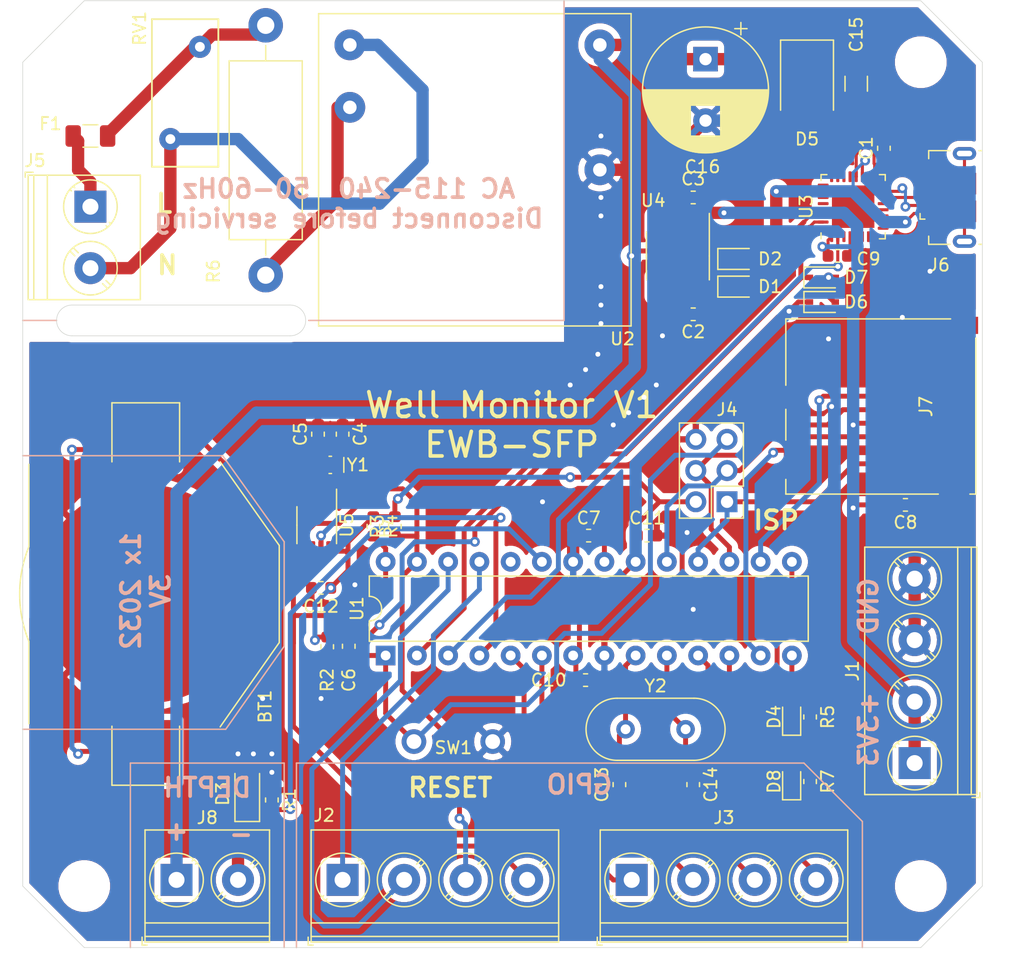
<source format=kicad_pcb>
(kicad_pcb (version 20211014) (generator pcbnew)
  (layers (0 "F.Cu" signal) (31 "B.Cu" signal) (34 "B.Paste" user) (35 "F.Paste" user) (36 "B.SilkS" user "B.Silkscreen") (37 "F.SilkS" user "F.Silkscreen") (38 "B.Mask" user) (39 "F.Mask" user) (44 "Edge.Cuts" user))
  (net 0 "")
  (net 1 "GND")
  (net 2 "+3V3")
  (net 3 "Net-(BT1-Pad1)")
  (net 4 "Net-(C1-Pad1)")
  (net 5 "Net-(C2-Pad1)")
  (net 6 "Net-(C4-Pad2)")
  (net 7 "Net-(C5-Pad1)")
  (net 8 "/~{RESET}")
  (net 9 "/DTR")
  (net 10 "Net-(C7-Pad2)")
  (net 11 "Net-(C13-Pad2)")
  (net 12 "Net-(C14-Pad1)")
  (net 13 "+5V")
  (net 14 "+24V")
  (net 15 "/DEPTH_SENSE")
  (net 16 "Net-(D4-Pad2)")
  (net 17 "Net-(D4-Pad1)")
  (net 18 "Net-(F1-Pad2)")
  (net 19 "Net-(F1-Pad1)")
  (net 20 "/GPIO_3")
  (net 21 "/GPIO_2")
  (net 22 "/GPIO_1")
  (net 23 "/GPIO_0")
  (net 24 "/GPIO_7")
  (net 25 "/GPIO_6")
  (net 26 "/GPIO_5")
  (net 27 "/GPIO_4")
  (net 28 "/SDO")
  (net 29 "/SCK")
  (net 30 "/SDI")
  (net 31 "Net-(J5-Pad2)")
  (net 32 "Net-(J6-Pad6)")
  (net 33 "Net-(J6-Pad3)")
  (net 34 "Net-(J6-Pad2)")
  (net 35 "/~{CS}")
  (net 36 "/SD_~{DET}")
  (net 37 "/RTC_MFP")
  (net 38 "/TX")
  (net 39 "/RX")
  (net 40 "Net-(R6-Pad2)")
  (net 41 "Net-(D8-Pad2)")
  (net 42 "Net-(D8-Pad1)")
  (footprint "Package_DIP:DIP-28_W7.62mm" (layer "F.Cu") (at 124.5 97.25 90)
    (fp_text reference "U1")
    (fp_text value "ATmega328P-PU")
  )
  (footprint "Capacitor_SMD:C_0603_1608Metric" (layer "F.Cu") (at 165 56 90)
    (fp_text reference "C1")
    (fp_text value "1u")
  )
  (footprint "Capacitor_SMD:C_0603_1608Metric" (layer "F.Cu") (at 149.5 69.5 180)
    (fp_text reference "C2")
    (fp_text value "1u")
  )
  (footprint "Capacitor_SMD:C_0603_1608Metric" (layer "F.Cu") (at 149.5 60 180)
    (fp_text reference "C3")
    (fp_text value "1u")
  )
  (footprint "Capacitor_SMD:C_0603_1608Metric" (layer "F.Cu") (at 119 79.25 90)
    (fp_text reference "C5")
    (fp_text value "10p")
  )
  (footprint "Capacitor_SMD:C_0603_1608Metric" (layer "F.Cu") (at 141 87.5)
    (fp_text reference "C7")
    (fp_text value "100n")
  )
  (footprint "Capacitor_SMD:C_0603_1608Metric" (layer "F.Cu") (at 166.75 85 180)
    (fp_text reference "C8")
    (fp_text value "100n")
  )
  (footprint "Capacitor_SMD:C_0603_1608Metric" (layer "F.Cu") (at 161.25 64.75 180)
    (fp_text reference "C9")
    (fp_text value "100n")
  )
  (footprint "Capacitor_SMD:C_0603_1608Metric" (layer "F.Cu") (at 140.75 99.25 180)
    (fp_text reference "C10")
    (fp_text value "100n")
  )
  (footprint "Capacitor_SMD:C_0603_1608Metric" (layer "F.Cu") (at 145.75 87.5)
    (fp_text reference "C11")
    (fp_text value "100n")
  )
  (footprint "Capacitor_SMD:C_0603_1608Metric" (layer "F.Cu") (at 119.25 91.75)
    (fp_text reference "C12")
    (fp_text value "100n")
  )
  (footprint "Capacitor_SMD:C_0603_1608Metric" (layer "F.Cu") (at 143.5 107.75 90)
    (fp_text reference "C13")
    (fp_text value "10p")
  )
  (footprint "Capacitor_SMD:C_0603_1608Metric" (layer "F.Cu") (at 149.5 107.75 -90)
    (fp_text reference "C14")
    (fp_text value "10p")
  )
  (footprint "Diode_SMD:D_SOD-323" (layer "F.Cu") (at 153 67.25)
    (fp_text reference "D1")
    (fp_text value "CUS10S30")
  )
  (footprint "Diode_SMD:D_SOD-323" (layer "F.Cu") (at 153 65)
    (fp_text reference "D2")
    (fp_text value "CUS10S30")
  )
  (footprint "Diode_SMD:D_SOD-123" (layer "F.Cu") (at 113.25 108.5 90)
    (fp_text reference "D3")
    (fp_text value "3.3")
  )
  (footprint "LED_SMD:LED_0603_1608Metric" (layer "F.Cu") (at 157.5 102.25 90)
    (fp_text reference "D4")
    (fp_text value "LED_Small")
  )
  (footprint "well-monitor:TerminalBlock_Phoenix_PT-1,5-4-5.0-H_1x04_P5.00mm_Horizontal" (layer "F.Cu") (at 167.5 106 90)
    (fp_text reference "J1")
    (fp_text value "Screw_Terminal_01x04")
  )
  (footprint "well-monitor:TerminalBlock_Phoenix_PT-1,5-4-5.0-H_1x04_P5.00mm_Horizontal" (layer "F.Cu") (at 121 115.5)
    (fp_text reference "J2")
    (fp_text value "Screw_Terminal_01x04")
  )
  (footprint "well-monitor:TerminalBlock_Phoenix_PT-1,5-4-5.0-H_1x04_P5.00mm_Horizontal" (layer "F.Cu") (at 144.5 115.5)
    (fp_text reference "J3")
    (fp_text value "Screw_Terminal_01x04")
  )
  (footprint "Connector_PinHeader_2.54mm:PinHeader_2x03_P2.54mm_Vertical" (layer "F.Cu") (at 152.25 84.75 180)
    (fp_text reference "J4")
    (fp_text value "ISP Header")
  )
  (footprint "well-monitor:TerminalBlock_Phoenix_PT-1,5-2-5.0-H_1x02_P5.00mm_Horizontal" (layer "F.Cu") (at 100.5 60.75 -90)
    (fp_text reference "J5")
    (fp_text value "Screw_Terminal_01x02")
  )
  (footprint "well-monitor:USB_Micro-B_GCT_USB3076-30-A" (layer "F.Cu") (at 170.35 60 90)
    (fp_text reference "J6")
    (fp_text value "USB_B_Micro")
  )
  (footprint "well-monitor:TerminalBlock_Phoenix_PT-1,5-2-5.0-H_1x02_P5.00mm_Horizontal" (layer "F.Cu") (at 107.5 115.5)
    (fp_text reference "J8")
    (fp_text value "SENSOR")
  )
  (footprint "Resistor_SMD:R_0603_1608Metric" (layer "F.Cu") (at 115.25 109 -90)
    (fp_text reference "R1")
    (fp_text value "150")
  )
  (footprint "Resistor_SMD:R_0603_1608Metric" (layer "F.Cu") (at 125.25 86.75 90)
    (fp_text reference "R3")
    (fp_text value "10k")
  )
  (footprint "Resistor_SMD:R_0603_1608Metric" (layer "F.Cu") (at 123.5 86.75 -90)
    (fp_text reference "R4")
    (fp_text value "10k")
  )
  (footprint "Resistor_SMD:R_0603_1608Metric" (layer "F.Cu") (at 159 102.25 -90)
    (fp_text reference "R5")
    (fp_text value "330")
  )
  (footprint "well-monitor:PTS636-SP43-LFS" (layer "F.Cu") (at 130 104.25)
    (fp_text reference "SW1")
    (fp_text value "SW_Push")
  )
  (footprint "well-monitor:PSK-5D-24" (layer "F.Cu") (at 131.75 57.75)
    (fp_text reference "U2")
    (fp_text value "PSK-5D-24")
  )
  (footprint "Package_SO:SOIC-8_3.9x4.9mm_P1.27mm" (layer "F.Cu") (at 148.25 64.75 -90)
    (fp_text reference "U4")
    (fp_text value "L78L33_SO8")
  )
  (footprint "Package_SO:MSOP-8_3x3mm_P0.65mm" (layer "F.Cu") (at 118.897512 86.65 -90)
    (fp_text reference "U5")
    (fp_text value "MCP7940N-xMS")
  )
  (footprint "Crystal:Crystal_HC49-U_Vertical" (layer "F.Cu") (at 144 103.25)
    (fp_text reference "Y2")
    (fp_text value "16Meg")
  )
  (footprint "Capacitor_SMD:C_1206_3216Metric" (layer "F.Cu") (at 162.75 50.75 -90)
    (fp_text reference "C15")
    (fp_text value "1u")
  )
  (footprint "Capacitor_THT:CP_Radial_D10.0mm_P5.00mm" (layer "F.Cu") (at 150.5 48.75 -90)
    (fp_text reference "C16")
    (fp_text value "68u")
  )
  (footprint "Diode_SMD:D_SMB" (layer "F.Cu") (at 158.75 50.75 -90)
    (fp_text reference "D5")
    (fp_text value "SMBJ30A")
  )
  (footprint "Resistor_THT:R_Axial_DIN0614_L14.3mm_D5.7mm_P20.32mm_Horizontal" (layer "F.Cu") (at 114.75 46 -90)
    (fp_text reference "R6")
    (fp_text value "12")
  )
  (footprint "Varistor:RV_Disc_D12mm_W5.4mm_P7.5mm" (layer "F.Cu") (at 107 55.25 90)
    (fp_text reference "RV1")
    (fp_text value "S10K350")
  )
  (footprint "Crystal:Crystal_SMD_MicroCrystal_CM9V-T1A-2Pin_1.6x1.0mm" (layer "F.Cu") (at 120 81.75 180)
    (fp_text reference "Y1")
    (fp_text value "32.768")
  )
  (footprint "MountingHole:MountingHole_3.2mm_M3" (layer "F.Cu") (at 100 49)
    (fp_text reference "H1" hide)
    (fp_text value "MountingHole")
  )
  (footprint "MountingHole:MountingHole_3.2mm_M3" (layer "F.Cu") (at 168 49)
    (fp_text reference "H2" hide)
    (fp_text value "MountingHole")
  )
  (footprint "MountingHole:MountingHole_3.2mm_M3" (layer "F.Cu") (at 168 116)
    (fp_text reference "H3" hide)
    (fp_text value "MountingHole")
  )
  (footprint "well-monitor:BatteryHolder_Keystone_3002_1x2032" (layer "F.Cu") (at 105 92.25 90)
    (fp_text reference "BT1")
    (fp_text value "Battery_Cell")
  )
  (footprint "Capacitor_SMD:C_0603_1608Metric" (layer "F.Cu") (at 121 79.25 -90)
    (fp_text reference "C4")
    (fp_text value "10p")
  )
  (footprint "MountingHole:MountingHole_3.2mm_M3" (layer "F.Cu") (at 100 116)
    (fp_text reference "H4" hide)
    (fp_text value "MountingHole")
  )
  (footprint "Package_DFN_QFN:QFN-32-1EP_5x5mm_P0.5mm_EP3.45x3.45mm" (layer "F.Cu") (at 162.5 60.75 90)
    (fp_text reference "U3")
    (fp_text value "CY7C65213A-32LTXI")
  )
  (footprint "Fuse:Fuse_1206_3216Metric" (layer "F.Cu") (at 100.5 55 180)
    (fp_text reference "F1")
    (fp_text value "1")
  )
  (footprint "well-monitor:MEM2051-00-195-00-A" (layer "F.Cu") (at 164.75 77 90)
    (fp_text reference "J7")
    (fp_text value "Micro_SD_Card" hide)
  )
  (footprint "Diode_SMD:D_SOD-323" (layer "F.Cu") (at 160 68.5)
    (fp_text reference "D6")
    (fp_text value "CUS10S30")
  )
  (footprint "Diode_SMD:D_SOD-323" (layer "F.Cu") (at 160 66.5)
    (fp_text reference "D7")
    (fp_text value "CUS10S30")
  )
  (footprint "Capacitor_SMD:C_0603_1608Metric" (layer "F.Cu") (at 121.5 96.5 -90)
    (fp_text reference "C6")
    (fp_text value "100n")
  )
  (footprint "Resistor_SMD:R_0603_1608Metric" (layer "F.Cu") (at 119.75 96.5375 -90)
    (fp_text reference "R2")
    (fp_text value "10k")
  )
  (footprint "Resistor_SMD:R_0603_1608Metric" (layer "F.Cu") (at 159 107.5 -90)
    (fp_text reference "R7")
    (fp_text value "330")
  )
  (footprint "LED_SMD:LED_0603_1608Metric" (layer "F.Cu") (at 157.5 107.5 90)
    (fp_text reference "D8")
    (fp_text value "LED_Small")
  )
  (gr_line (start 139 70) (end 139 44) (layer "B.SilkS") (width 0.12))
  (gr_line (start 163.25 121) (end 163.25 110.75) (layer "B.SilkS") (width 0.12))
  (gr_line (start 158.5 106) (end 163.25 110.75) (layer "B.SilkS") (width 0.12))
  (gr_line (start 116.25 121) (end 116.25 106) (layer "B.SilkS") (width 0.12))
  (gr_line (start 95 70) (end 97.75 70) (layer "B.SilkS") (width 0.12))
  (gr_line (start 118.25 70) (end 139 70) (layer "B.SilkS") (width 0.12))
  (gr_line (start 117.25 121) (end 117.25 106) (layer "B.SilkS") (width 0.12))
  (gr_line (start 117.25 106) (end 158.5 106) (layer "B.SilkS") (width 0.12))
  (gr_line (start 111.5 103.25) (end 95 103.25) (layer "B.SilkS") (width 0.12))
  (gr_line (start 103.75 106) (end 103.75 121) (layer "B.SilkS") (width 0.12))
  (gr_line (start 111.25 81) (end 116.25 88) (layer "B.SilkS") (width 0.12))
  (gr_line (start 116.25 106) (end 103.75 106) (layer "B.SilkS") (width 0.12))
  (gr_line (start 116.25 96.5) (end 111.5 103.25) (layer "B.SilkS") (width 0.12))
  (gr_line (start 95 81) (end 111.25 81) (layer "B.SilkS") (width 0.12))
  (gr_line (start 116.25 88) (end 116.25 96.5) (layer "B.SilkS") (width 0.12))
  (gr_line (start 100 44) (end 168 44) (layer "Edge.Cuts") (width 0.05))
  (gr_line (start 99 71.25) (end 116.75 71.25) (layer "Edge.Cuts") (width 0.05))
  (gr_line (start 95 49) (end 100 44) (layer "Edge.Cuts") (width 0.05))
  (gr_line (start 168 121) (end 100 121) (layer "Edge.Cuts") (width 0.05))
  (gr_arc (start 116.75 68.75) (mid 118 70) (end 116.75 71.25) (layer "Edge.Cuts") (width 0.05))
  (gr_line (start 95 116) (end 95 49) (layer "Edge.Cuts") (width 0.05))
  (gr_line (start 173 116) (end 168 121) (layer "Edge.Cuts") (width 0.05))
  (gr_arc (start 99 71.25) (mid 97.75 70) (end 99 68.75) (layer "Edge.Cuts") (width 0.05))
  (gr_line (start 100 121) (end 95 116) (layer "Edge.Cuts") (width 0.05))
  (gr_line (start 173 49) (end 173 116) (layer "Edge.Cuts") (width 0.05))
  (gr_line (start 99 68.75) (end 116.75 68.75) (layer "Edge.Cuts") (width 0.05))
  (gr_line (start 168 44) (end 173 49) (layer "Edge.Cuts") (width 0.05))
  (gr_text "AC 115-240  50-60Hz\nDisconnect before servicing" (at 121.5 60.5) (layer "B.SilkS") (effects (font (size 1.5 1.5) (thickness 0.3)) (justify mirror)))
  (gr_text "GPIO" (at 140.25 107.75) (layer "B.SilkS") (effects (font (size 1.5 1.5) (thickness 0.3)) (justify mirror)))
  (gr_text "+3V3" (at 163.75 103.25 90) (layer "B.SilkS") (effects (font (size 1.5 1.5) (thickness 0.3)) (justify mirror)))
  (gr_text "+" (at 107.5 111.5) (layer "B.SilkS") (effects (font (size 1.5 1.5) (thickness 0.3)) (justify mirror)))
  (gr_text "DEPTH" (at 110 108) (layer "B.SilkS") (effects (font (size 1.5 1.5) (thickness 0.3)) (justify mirror)))
  (gr_text "GND" (at 163.75 93.25 90) (layer "B.SilkS") (effects (font (size 1.5 1.5) (thickness 0.3)) (justify mirror)))
  (gr_text "1x 2032\n3V" (at 105 92 90) (layer "B.SilkS") (effects (font (size 1.5 1.5) (thickness 0.3)) (justify mirror)))
  (gr_text "-" (at 112.75 111.75) (layer "B.SilkS") (effects (font (size 1.5 1.5) (thickness 0.3)) (justify mirror)))
  (gr_text "ISP" (at 156.25 86.25) (layer "F.SilkS") (effects (font (size 1.5 1.5) (thickness 0.3))))
  (gr_text "N" (at 106.75 65.5) (layer "F.SilkS") (effects (font (size 1.5 1.5) (thickness 0.3))))
  (gr_text "Well Monitor V1\nEWB-SFP" (at 134.75 78.5) (layer "F.SilkS") (effects (font (size 2 2) (thickness 0.3))))
  (gr_text "L" (at 106.5 60.5) (layer "F.SilkS") (effects (font (size 1.5 1.5) (thickness 0.3))))
  (gr_text "RESET" (at 129.75 108) (layer "F.SilkS") (effects (font (size 1.5 1.5) (thickness 0.3))))
  (segment (start 164.25 58.3125) (end 164.25 57.2875) (width 0.25) (layer "F.Cu") (net 1))
  (segment (start 161.05 66.5) (end 160.5 66.5) (width 0.4) (layer "F.Cu") (net 1))
  (segment (start 150.5 53.75) (end 157.9 53.75) (width 1) (layer "F.Cu") (net 1))
  (segment (start 162 52.9) (end 162.75 52.15) (width 1) (layer "F.Cu") (net 1))
  (segment (start 164.19999 56.01251) (end 165 55.2125) (width 0.25) (layer "F.Cu") (net 1))
  (segment (start 162.749978 56.500022) (end 164.0375 55.2125) (width 0.25) (layer "F.Cu") (net 1))
  (segment (start 148.600001 91.600001) (end 149.5 92.5) (width 0.4) (layer "F.Cu") (net 1))
  (segment (start 167.5 91) (end 167.5 87) (width 1) (layer "F.Cu") (net 1))
  (segment (start 167 56) (end 166.2125 55.2125) (width 0.4) (layer "F.Cu") (net 1))
  (segment (start 158.75 52.9) (end 162 52.9) (width 1) (layer "F.Cu") (net 1))
  (segment (start 149 87.25) (end 148.600001 87.649999) (width 0.4) (layer "F.Cu") (net 1))
  (segment (start 117.922512 82.172512) (end 117.25 81.5) (width 0.4) (layer "F.Cu") (net 1))
  (segment (start 160.94 80.56) (end 168.6154 80.56) (width 0.4) (layer "F.Cu") (net 1))
  (segment (start 149.5 92.5) (end 149.5 93.5) (width 0.4) (layer "F.Cu") (net 1))
  (segment (start 139.74 87.9725) (end 140.2125 87.5) (width 1) (layer "F.Cu") (net 1))
  (segment (start 117.922512 83.7875) (end 117.922512 82.172512) (width 0.4) (layer "F.Cu") (net 1))
  (segment (start 148.7125 68.7875) (end 149 68.5) (width 0.4) (layer "F.Cu") (net 1))
  (segment (start 149 68.5) (end 149 67.34) (width 0.4) (layer "F.Cu") (net 1))
  (segment (start 170.6954 80.56) (end 170.705401 80.549999) (width 0.4) (layer "F.Cu") (net 1))
  (segment (start 148.600001 87.649999) (end 148.600001 91.600001) (width 0.4) (layer "F.Cu") (net 1))
  (segment (start 118.0375 78.4625) (end 119 78.4625) (width 0.4) (layer "F.Cu") (net 1))
  (segment (start 159.55 81.95) (end 160.94 80.56) (width 0.4) (layer "F.Cu") (net 1))
  (segment (start 164.25 57.2875) (end 164.19999 57.23749) (width 0.25) (layer "F.Cu") (net 1))
  (segment (start 160.75 57.25) (end 161.5 56.5) (width 0.25) (layer "F.Cu") (net 1))
  (segment (start 139.74 89.63) (end 139.74 87.9725) (width 1) (layer "F.Cu") (net 1))
  (segment (start 170.705401 83.794599) (end 170.705401 80.549999) (width 1) (layer "F.Cu") (net 1))
  (segment (start 160.75 58.3125) (end 160.75 57.25) (width 0.25) (layer "F.Cu") (net 1))
  (segment (start 161.5 56.5) (end 162.749956 56.5) (width 0.25) (layer "F.Cu") (net 1))
  (segment (start 170.705401 67.955401) (end 170.150001 67.400001) (width 1) (layer "F.Cu") (net 1))
  (segment (start 146.5 57.75) (end 150.5 53.75) (width 1) (layer "F.Cu") (net 1))
  (segment (start 162.749978 58.312478) (end 162.749978 56.500022) (width 0.25) (layer "F.Cu") (net 1))
  (segment (start 162.25 63.1875) (end 162.25 64.5375) (width 0.25) (layer "F.Cu") (net 1))
  (segment (start 164.0375 55.2125) (end 165 55.2125) (width 0.25) (layer "F.Cu") (net 1))
  (segment (start 148.75 87.5) (end 149 87.25) (width 0.4) (layer "F.Cu") (net 1))
  (segment (start 170.705401 80.549999) (end 170.705401 67.955401) (width 1) (layer "F.Cu") (net 1))
  (segment (start 121 78.4625) (end 119 78.4625) (width 0.4) (layer "F.Cu") (net 1))
  (segment (start 167.95 58.7) (end 167 57.75) (width 0.4) (layer "F.Cu") (net 1))
  (segment (start 162.25 64.5375) (end 162.0375 64.75) (width 0.25) (layer "F.Cu") (net 1))
  (segment (start 166.2125 55.2125) (end 165 55.2125) (width 0.4) (layer "F.Cu") (net 1))
  (segment (start 170.150001 67.400001) (end 168.75 66) (width 1) (layer "F.Cu") (net 1))
  (segment (start 141.91 57.75) (end 146.5 57.75) (width 1) (layer "F.Cu") (net 1))
  (segment (start 149 67.34) (end 148.885 67.225) (width 0.4) (layer "F.Cu") (net 1))
  (segment (start 168.6154 80.56) (end 170.6954 80.56) (width 0.4) (layer "F.Cu") (net 1))
  (segment (start 167 57.75) (end 167 56) (width 0.4) (layer "F.Cu") (net 1))
  (segment (start 157.5554 81.95) (end 159.55 81.95) (width 0.4) (layer "F.Cu") (net 1))
  (segment (start 148.7125 69.5) (end 148.7125 68.7875) (width 0.4) (layer "F.Cu") (net 1))
  (segment (start 164.19999 57.23749) (end 164.19999 56.01251) (width 0.25) (layer "F.Cu") (net 1))
  (segment (start 167.5 87) (end 170.705401 83.794599) (width 1) (layer "F.Cu") (net 1))
  (segment (start 162.75 58.3125) (end 162.749978 58.312478) (width 0.25) (layer "F.Cu") (net 1))
  (segment (start 117.25 81.5) (end 117.25 79.25) (width 0.4) (layer "F.Cu") (net 1))
  (segment (start 157.9 53.75) (end 158.75 52.9) (width 1) (layer "F.Cu") (net 1))
  (segment (start 168.9 58.7) (end 167.95 58.7) (width 0.4) (layer "F.Cu") (net 1))
  (segment (start 146.5375 87.5) (end 148.75 87.5) (width 0.4) (layer "F.Cu") (net 1))
  (segment (start 147.615 67.225) (end 148.885 67.225) (width 0.4) (layer "F.Cu") (net 1))
  (segment (start 167.5 96) (end 167.5 91) (width 1) (layer "F.Cu") (net 1))
  (segment (start 162.749956 56.5) (end 162.749978 56.500022) (width 0.25) (layer "F.Cu") (net 1))
  (segment (start 117.25 79.25) (end 118.0375 78.4625) (width 0.4) (layer "F.Cu") (net 1))
  (via (at 119.25 100.75) (size 0.8) (drill 0.4) (layers "F.Cu" "B.Cu") (net 1))
  (via (at 160.5 71.5) (size 0.8) (drill 0.4) (layers "F.Cu" "B.Cu") (net 1))
  (via (at 115.25 105.25) (size 0.8) (drill 0.4) (layers "F.Cu" "B.Cu") (net 1))
  (via (at 142 70.25) (size 0.8) (drill 0.4) (layers "F.Cu" "B.Cu") (net 1))
  (via (at 168.75 66) (size 0.8) (drill 0.4) (layers "F.Cu" "B.Cu") (net 1))
  (via (at 142 67.25) (size 0.8) (drill 0.4) (layers "F.Cu" "B.Cu") (net 1))
  (via (at 139.5 75.25) (size 0.8) (drill 0.4) (layers "F.Cu" "B.Cu") (net 1))
  (via (at 142 55) (size 0.8) (drill 0.4) (layers "F.Cu" "B.Cu") (net 1))
  (via (at 122 91.5) (size 0.8) (drill 0.4) (layers "F.Cu" "B.Cu") (net 1))
  (via (at 147 71.25) (size 0.8) (drill 0.4) (layers "F.Cu" "B.Cu") (net 1))
  (via (at 140.75 74) (size 0.8) (drill 0.4) (layers "F.Cu" "B.Cu") (net 1))
  (via (at 166.5 69.75) (size 0.8) (drill 0.4) (layers "F.Cu" "B.Cu") (net 1))
  (via (at 137.25 84.75) (size 0.8) (drill 0.4) (layers "F.Cu" "B.Cu") (net 1))
  (via (at 141.75 72.75) (size 0.8) (drill 0.4) (layers "F.Cu" "B.Cu") (net 1))
  (via (at 145.5 76.25) (size 0.8) (drill 0.4) (layers "F.Cu" "B.Cu") (net 1))
  (via (at 160.5 66.5) (size 0.8) (drill 0.4) (layers "F.Cu" "B.Cu") (net 1))
  (via (at 113.75 105.25) (size 0.8) (drill 0.4) (layers "F.Cu" "B.Cu") (net 1))
  (via (at 142 68.75) (size 0.8) (drill 0.4) (layers "F.Cu" "B.Cu") (net 1))
  (via (at 142 61.5) (size 0.8) (drill 0.4) (layers "F.Cu" "B.Cu") (net 1))
  (via (at 146.5 75.25) (size 0.8) (drill 0.4) (layers "F.Cu" "B.Cu") (net 1))
  (via (at 112.5 105.25) (size 0.8) (drill 0.4) (layers "F.Cu" "B.Cu") (net 1))
  (via (at 114.5 100.75) (size 0.8) (drill 0.4) (layers "F.Cu" "B.Cu") (net 1))
  (via (at 144.25 77.5) (size 0.8) (drill 0.4) (layers "F.Cu" "B.Cu") (net 1))
  (via (at 160.75 77) (size 0.8) (drill 0.4) (layers "F.Cu" "B.Cu") (net 1))
  (via (at 142 60) (size 0.8) (drill 0.4) (layers "F.Cu" "B.Cu") (net 1))
  (via (at 149 87.25) (size 0.8) (drill 0.4) (layers "F.Cu" "B.Cu") (net 1))
  (via (at 149.5 93.5) (size 0.8) (drill 0.4) (layers "F.Cu" "B.Cu") (net 1))
  (via (at 143 78.5) (size 0.8) (drill 0.4) (layers "F.Cu" "B.Cu") (net 1))
  (via (at 115.25 106.75) (size 0.8) (drill 0.4) (layers "F.Cu" "B.Cu") (net 1))
  (segment (start 167.5 53.75) (end 150.5 53.75) (width 1) (layer "B.Cu") (net 1))
  (segment (start 168.75 55) (end 167.5 53.75) (width 1) (layer "B.Cu") (net 1))
  (segment (start 168.75 66) (end 168.75 55) (width 1) (layer "B.Cu") (net 1))
  (segment (start 119 95.75) (end 118.75 96) (width 0.4) (layer "F.Cu") (net 2))
  (segment (start 119.75 95.75) (end 119 95.75) (width 0.4) (layer "F.Cu") (net 2))
  (segment (start 160.4625 64.0375) (end 160.4625 63.475) (width 0.25) (layer "F.Cu") (net 2))
  (segment (start 168.6154 78.36) (end 162.64 78.36) (width 0.4) (layer "F.Cu") (net 2))
  (segment (start 146.75 84.75) (end 149.71 84.75) (width 0.4) (layer "F.Cu") (net 2))
  (segment (start 162.75 85) (end 162.5 85.25) (width 0.4) (layer "F.Cu") (net 2))
  (segment (start 144.9625 86.5375) (end 146.75 84.75) (width 0.4) (layer "F.Cu") (net 2))
  (segment (start 160.4625 63.475) (end 160.75 63.1875) (width 0.25) (layer "F.Cu") (net 2))
  (segment (start 150.5 61.25) (end 150.2875 61.0375) (width 1) (layer "F.Cu") (net 2))
  (segment (start 150.155 62.275) (end 150.155 60.1325) (width 0.4) (layer "F.Cu") (net 2))
  (segment (start 152 61.25) (end 150.5 61.25) (width 1) (layer "F.Cu") (net 2))
  (segment (start 139.5 82.75) (end 144.75 82.75) (width 0.4) (layer "F.Cu") (net 2))
  (segment (start 162.64 78.36) (end 162.5 78.5) (width 0.4) (layer "F.Cu") (net 2))
  (segment (start 125.25 85.9625) (end 123.5 85.9625) (width 0.4) (layer "F.Cu") (net 2))
  (segment (start 144.75 82.75) (end 146.75 84.75) (width 0.4) (layer "F.Cu") (net 2))
  (segment (start 144.82 89.63) (end 144.82 87.6425) (width 0.4) (layer "F.Cu") (net 2))
  (segment (start 150.2875 61.0375) (end 150.2875 60) (width 1) (layer "F.Cu") (net 2))
  (segment (start 140.25 94.2) (end 140.25 96.74) (width 0.4) (layer "F.Cu") (net 2))
  (segment (start 158.95 68.5) (end 158.042991 68.5) (width 0.4) (layer "F.Cu") (net 2))
  (segment (start 125.25 84.75) (end 125.5 84.5) (width 0.4) (layer "F.Cu") (net 2))
  (segment (start 165.9625 85) (end 162.75 85) (width 0.4) (layer "F.Cu") (net 2))
  (segment (start 119.872512 88.7625) (end 121.2625 88.7625) (width 0.4) (layer "F.Cu") (net 2))
  (segment (start 121.439654 88.022846) (end 121.439654 88.939654) (width 0.4) (layer "F.Cu") (net 2))
  (segment (start 121.439654 90.347846) (end 120.0375 91.75) (width 0.4) (layer "F.Cu") (net 2))
  (segment (start 158.042991 68.5) (end 157.292991 69.25) (width 0.4) (layer "F.Cu") (net 2))
  (segment (start 121.2625 88.7625) (end 121.439654 88.939654) (width 0.4) (layer "F.Cu") (net 2))
  (segment (start 121.439654 88.939654) (end 121.439654 90.347846) (width 0.4) (layer "F.Cu") (net 2))
  (segment (start 160.4625 64.0375) (end 160.0375 64.0375) (width 0.4) (layer "F.Cu") (net 2))
  (segment (start 167.5 106) (end 167.5 101) (width 1) (layer "F.Cu") (net 2))
  (segment (start 123.5 85.9625) (end 121.439654 88.022846) (width 0.4) (layer "F.Cu") (net 2))
  (segment (start 160.4625 64.75) (end 160.4625 64.0375) (width 0.25) (layer "F.Cu") (net 2))
  (segment (start 140.25 96.74) (end 139.74 97.25) (width 0.4) (layer "F.Cu") (net 2))
  (segment (start 139.9625 97.4725) (end 139.74 97.25) (width 0.4) (layer "F.Cu") (net 2))
  (segment (start 144.82 89.63) (end 140.25 94.2) (width 0.4) (layer "F.Cu") (net 2))
  (segment (start 144.82 87.6425) (end 144.9625 87.5) (width 0.4) (layer "F.Cu") (net 2))
  (segment (start 139.9625 99.25) (end 139.9625 97.4725) (width 0.4) (layer "F.Cu") (net 2))
  (segment (start 160.0375 64.0375) (end 160 64) (width 0.4) (layer "F.Cu") (net 2))
  (segment (start 144.9625 87.5) (end 144.9625 86.5375) (width 0.4) (layer "F.Cu") (net 2))
  (segment (start 125.25 85.9625) (end 125.25 84.75) (width 0.4) (layer "F.Cu") (net 2))
  (segment (start 150.155 60.1325) (end 150.2875 60) (width 0.4) (layer "F.Cu") (net 2))
  (via (at 157.292991 69.25) (size 0.8) (drill 0.4) (layers "F.Cu" "B.Cu") (net 2))
  (via (at 162.5 85.25) (size 0.8) (drill 0.4) (layers "F.Cu" "B.Cu") (net 2))
  (via (at 125.5 84.5) (size 0.8) (drill 0.4) (layers "F.Cu" "B.Cu") (net 2))
  (via (at 139.5 82.75) (size 0.8) (drill 0.4) (layers "F.Cu" "B.Cu") (net 2))
  (via (at 160 64) (size 0.8) (drill 0.4) (layers "F.Cu" "B.Cu") (net 2))
  (via (at 162.5 78.5) (size 0.8) (drill 0.4) (layers "F.Cu" "B.Cu") (net 2))
  (via (at 120.0375 91.75) (size 0.8) (drill 0.4) (layers "F.Cu" "B.Cu") (net 2))
  (via (at 152 61.25) (size 0.8) (drill 0.4) (layers "F.Cu" "B.Cu") (net 2))
  (via (at 118.75 96) (size 0.8) (drill 0.4) (layers "F.Cu" "B.Cu") (net 2))
  (segment (start 160 64) (end 162.75 64) (width 0.4) (layer "B.Cu") (net 2))
  (segment (start 162.75 64) (end 162.818716 63.931284) (width 0.4) (layer "B.Cu") (net 2))
  (segment (start 162.5 96) (end 162.5 85.25) (width 1) (layer "B.Cu") (net 2))
  (segment (start 162.5 69.25) (end 157.292991 69.25) (width 1) (layer "B.Cu") (net 2))
  (segment (start 127.25 82.75) (end 139.5 82.75) (width 0.4) (layer "B.Cu") (net 2))
  (segment (start 125.5 84.5) (end 127.25 82.75) (width 0.4) (layer "B.Cu") (net 2))
  (segment (start 162.818716 62.318716) (end 161.75 61.25) (width 1) (layer "B.Cu") (net 2))
  (segment (start 167.5 101) (end 162.5 96) (width 1) (layer "B.Cu") (net 2))
  (segment (start 162.5 85.25) (end 162.5 78.5) (width 1) (layer "B.Cu") (net 2))
  (segment (start 118.75 96) (end 118.75 93.0375) (width 0.4) (layer "B.Cu") (net 2))
  (segment (start 162.850001 68.899999) (end 162.850001 63.962569) (width 1) (layer "B.Cu") (net 2))
  (segment (start 144.82 89.63) (end 144.82 81.722991) (width 1) (layer "B.Cu") (net 2))
  (segment (start 118.75 93.0375) (end 120.0375 91.75) (width 0.4) (layer "B.Cu") (net 2))
  (segment (start 162.5 69.25) (end 162.850001 68.899999) (width 1) (layer "B.Cu") (net 2))
  (segment (start 162.850001 63.962569) (end 162.818716 63.931284) (width 1) (layer "B.Cu") (net 2))
  (segment (start 162.5 69.25) (end 162.5 78.5) (width 1) (layer "B.Cu") (net 2))
  (segment (start 144.82 81.722991) (end 157.292991 69.25) (width 1) (layer "B.Cu") (net 2))
  (segment (start 161.75 61.25) (end 152 61.25) (width 1) (layer "B.Cu") (net 2))
  (segment (start 162.818716 63.931284) (end 162.818716 62.318716) (width 1) (layer "B.Cu") (net 2))
  (segment (start 116 86.25) (end 109.2 79.45) (width 0.4) (layer "F.Cu") (net 3))
  (segment (start 118.572512 84.677488) (end 118.522522 84.727478) (width 0.4) (layer "F.Cu") (net 3))
  (segment (start 118.572512 83.7875) (end 118.572512 84.677488) (width 0.4) (layer "F.Cu") (net 3))
  (segment (start 105 105.05) (end 99.7 105.05) (width 0.4) (layer "F.Cu") (net 3))
  (segment (start 103.95 80.5) (end 105 79.45) (width 0.4) (layer "F.Cu") (net 3))
  (segment (start 99.7 105.05) (end 99.5 105.25) (width 0.4) (layer "F.Cu") (net 3))
  (segment (start 99 80.5) (end 103.95 80.5) (width 0.4) (layer "F.Cu") (net 3))
  (segment (start 118 86.25) (end 116 86.25) (width 0.4) (layer "F.Cu") (net 3))
  (segment (start 118.522522 85.727478) (end 118 86.25) (width 0.4) (layer "F.Cu") (net 3))
  (segment (start 109.2 79.45) (end 105 79.45) (width 0.4) (layer "F.Cu") (net 3))
  (segment (start 118.522522 84.727478) (end 118.522522 85.727478) (width 0.4) (layer "F.Cu") (net 3))
  (via (at 99.5 105.25) (size 0.8) (drill 0.4) (layers "F.Cu" "B.Cu") (net 3))
  (via (at 99 80.5) (size 0.8) (drill 0.4) (layers "F.Cu" "B.Cu") (net 3))
  (segment (start 99.5 105.25) (end 99 104.75) (width 0.4) (layer "B.Cu") (net 3))
  (segment (start 99 104.75) (end 99 80.5) (width 0.4) (layer "B.Cu") (net 3))
  (segment (start 164.9375 56.6) (end 165.0375 56.5) (width 0.25) (layer "F.Cu") (net 4))
  (segment (start 164.9375 59) (end 164.9375 56.6) (width 0.25) (layer "F.Cu") (net 4))
  (segment (start 151.95 65.43) (end 150.155 67.225) (width 0.4) (layer "F.Cu") (net 5))
  (segment (start 150.155 67.225) (end 150.155 69.3675) (width 0.4) (layer "F.Cu") (net 5))
  (segment (start 150.18 67.25) (end 150.155 67.225) (width 0.4) (layer "F.Cu") (net 5))
  (segment (start 151.95 65) (end 151.95 65.43) (width 0.4) (layer "F.Cu") (net 5))
  (segment (start 151.95 67.25) (end 150.18 67.25) (width 0.4) (layer "F.Cu") (net 5))
  (segment (start 150.155 69.3675) (end 150.2875 69.5) (width 0.4) (layer "F.Cu") (net 5))
  (segment (start 119.872512 83.7875) (end 120.6 83.060012) (width 0.4) (layer "F.Cu") (net 6))
  (segment (start 120.6 83.060012) (end 120.6 81.75) (width 0.4) (layer "F.Cu") (net 6))
  (segment (start 120.6 81.75) (end 120.6 80.4375) (width 0.4) (layer "F.Cu") (net 6))
  (segment (start 120.6 80.4375) (end 121 80.0375) (width 0.4) (layer "F.Cu") (net 6))
  (segment (start 119.4 80.4375) (end 119 80.0375) (width 0.4) (layer "F.Cu") (net 7))
  (segment (start 119.4 81.75) (end 119.4 80.4375) (width 0.4) (layer "F.Cu") (net 7))
  (segment (start 119.222512 81.927488) (end 119.4 81.75) (width 0.4) (layer "F.Cu") (net 7))
  (segment (start 119.222512 83.7875) (end 119.222512 81.927488) (width 0.4) (layer "F.Cu") (net 7))
  (segment (start 121.5375 97.25) (end 121.5 97.2875) (width 0.4) (layer "F.Cu") (net 8))
  (segment (start 119.7875 97.2875) (end 119.75 97.325) (width 0.4) (layer "F.Cu") (net 8))
  (segment (start 126.8 104.25) (end 124.5 101.95) (width 0.4) (layer "F.Cu") (net 8))
  (segment (start 121.5 97.2875) (end 119.7875 97.2875) (width 0.4) (layer "F.Cu") (net 8))
  (segment (start 124.5 97.25) (end 121.5375 97.25) (width 0.4) (layer "F.Cu") (net 8))
  (segment (start 124.5 101.95) (end 124.5 97.25) (width 0.4) (layer "F.Cu") (net 8))
  (segment (start 129.8 101.25) (end 126.8 104.25) (width 0.4) (layer "B.Cu") (net 8))
  (segment (start 138.400001 96.099999) (end 138.400001 98.849999) (width 0.4) (layer "B.Cu") (net 8))
  (segment (start 152.25 79.67) (end 150.92 81) (width 0.4) (layer "B.Cu") (net 8))
  (segment (start 142.050012 95.449988) (end 139.050012 95.449988) (width 0.4) (layer "B.Cu") (net 8))
  (segment (start 139.050012 95.449988) (end 138.400001 96.099999) (width 0.4) (layer "B.Cu") (net 8))
  (segment (start 148.040001 80.959999) (end 146.020001 82.979999) (width 0.4) (layer "B.Cu") (net 8))
  (segment (start 138.400001 98.849999) (end 136 101.25) (width 0.4) (layer "B.Cu") (net 8))
  (segment (start 150.92 81) (end 150.879999 80.959999) (width 0.4) (layer "B.Cu") (net 8))
  (segment (start 146.020001 91.479999) (end 142.050012 95.449988) (width 0.4) (layer "B.Cu") (net 8))
  (segment (start 150.879999 80.959999) (end 148.040001 80.959999) (width 0.4) (layer "B.Cu") (net 8))
  (segment (start 146.020001 82.979999) (end 146.020001 91.479999) (width 0.4) (layer "B.Cu") (net 8))
  (segment (start 136 101.25) (end 129.8 101.25) (width 0.4) (layer "B.Cu") (net 8))
  (segment (start 158.25 66.5) (end 158.25 63.098542) (width 0.4) (layer "F.Cu") (net 9))
  (segment (start 143.965985 80.850011) (end 158.25 66.565996) (width 0.4) (layer "F.Cu") (net 9))
  (segment (start 161.05 68.5) (end 160.95 68.5) (width 0.4) (layer "F.Cu") (net 9))
  (segment (start 158.25 63.098542) (end 158.799271 62.549271) (width 0.4) (layer "F.Cu") (net 9))
  (segment (start 160.0625 62) (end 159.348542 62) (width 0.25) (layer "F.Cu") (net 9))
  (segment (start 123.0375 95.7125) (end 124 94.75) (width 0.4) (layer "F.Cu") (net 9))
  (segment (start 158.799271 62.549271) (end 158.924271 62.424271) (width 0.4) (layer "F.Cu") (net 9))
  (segment (start 159.348542 62) (end 158.799271 62.549271) (width 0.25) (layer "F.Cu") (net 9))
  (segment (start 121.5 95.7125) (end 123.0375 95.7125) (width 0.4) (layer "F.Cu") (net 9))
  (segment (start 137.899989 80.850011) (end 143.965985 80.850011) (width 0.4) (layer "F.Cu") (net 9))
  (segment (start 131.75 88) (end 131.75 87) (width 0.4) (layer "F.Cu") (net 9))
  (segment (start 160.95 68.5) (end 158.95 66.5) (width 0.4) (layer "F.Cu") (net 9))
  (segment (start 131.75 87) (end 137.899989 80.850011) (width 0.4) (layer "F.Cu") (net 9))
  (segment (start 158.25 66.565996) (end 158.25 66.5) (width 0.4) (layer "F.Cu") (net 9))
  (segment (start 158.95 66.5) (end 158.25 66.5) (width 0.4) (layer "F.Cu") (net 9))
  (via (at 131.75 88) (size 0.8) (drill 0.4) (layers "F.Cu" "B.Cu") (net 9))
  (via (at 124 94.75) (size 0.8) (drill 0.4) (layers "F.Cu" "B.Cu") (net 9))
  (segment (start 126.893998 88) (end 131.75 88) (width 0.4) (layer "B.Cu") (net 9))
  (segment (start 125.839999 92.910001) (end 125.839999 89.053999) (width 0.4) (layer "B.Cu") (net 9))
  (segment (start 124 94.75) (end 125.839999 92.910001) (width 0.4) (layer "B.Cu") (net 9))
  (segment (start 125.839999 89.053999) (end 126.893998 88) (width 0.4) (layer "B.Cu") (net 9))
  (segment (start 142.28 89.63) (end 142.28 87.9925) (width 0.4) (layer "F.Cu") (net 10))
  (segment (start 142.28 87.9925) (end 141.7875 87.5) (width 0.4) (layer "F.Cu") (net 10))
  (segment (start 143.5 106.9625) (end 143.5 103.75) (width 0.4) (layer "F.Cu") (net 11))
  (segment (start 143.5 103.75) (end 144 103.25) (width 0.4) (layer "F.Cu") (net 11))
  (segment (start 144 98.07) (end 144.82 97.25) (width 0.4) (layer "F.Cu") (net 11))
  (segment (start 144 103.25) (end 144 98.07) (width 0.4) (layer "F.Cu") (net 11))
  (segment (start 147.36 101.73) (end 148.88 103.25) (width 0.4) (layer "F.Cu") (net 12))
  (segment (start 148.88 103.25) (end 148.88 106.3425) (width 0.4) (layer "F.Cu") (net 12))
  (segment (start 148.88 106.3425) (end 149.5 106.9625) (width 0.4) (layer "F.Cu") (net 12))
  (segment (start 147.36 97.25) (end 147.36 101.73) (width 0.4) (layer "F.Cu") (net 12))
  (segment (start 168.9 61.3) (end 167.45 61.3) (width 0.25) (layer "F.Cu") (net 13))
  (segment (start 156.25 65.75) (end 156.25 59.5) (width 1) (layer "F.Cu") (net 13))
  (segment (start 163.25 57.22498) (end 163.47498 57) (width 0.25) (layer "F.Cu") (net 13))
  (segment (start 163.25 58.3125) (end 163.25 57.22498) (width 0.25) (layer "F.Cu") (net 13))
  (segment (start 153.3 67.25) (end 154.75 67.25) (width 1) (layer "F.Cu") (net 13))
  (segment (start 154.75 67.25) (end 156.25 65.75) (width 1) (layer "F.Cu") (net 13))
  (segment (start 167.45 61.3) (end 166.75 62) (width 0.25) (layer "F.Cu") (net 13))
  (via (at 166.75 62) (size 0.8) (drill 0.4) (layers "F.Cu" "B.Cu") (net 13))
  (via (at 163.47498 57) (size 0.8) (drill 0.4) (layers "F.Cu" "B.Cu") (net 13))
  (via (at 156.25 59.5) (size 0.8) (drill 0.4) (layers "F.Cu" "B.Cu") (net 13))
  (segment (start 156.25 59.5) (end 162.5 59.5) (width 1) (layer "B.Cu") (net 13))
  (segment (start 165 62) (end 166.75 62) (width 1) (layer "B.Cu") (net 13))
  (segment (start 162.5 59.25) (end 162.5 57.97498) (width 0.25) (layer "B.Cu") (net 13))
  (segment (start 162.5 57.97498) (end 163.47498 57) (width 0.25) (layer "B.Cu") (net 13))
  (segment (start 166.75 62) (end 165.25 62) (width 0.25) (layer "B.Cu") (net 13))
  (segment (start 165.25 62) (end 162.5 59.25) (width 0.25) (layer "B.Cu") (net 13))
  (segment (start 162.5 59.5) (end 165 62) (width 1) (layer "B.Cu") (net 13))
  (segment (start 147.09 47.59) (end 148.25 48.75) (width 1) (layer "F.Cu") (net 14))
  (segment (start 157.25 48.6) (end 160.5 48.6) (width 1) (layer "F.Cu") (net 14))
  (segment (start 141.91 47.59) (end 147.09 47.59) (width 1) (layer "F.Cu") (net 14))
  (segment (start 154 65) (end 154 64.5) (width 0.4) (layer "F.Cu") (net 14))
  (segment (start 154 64.5) (end 153.850001 64.350001) (width 0.4) (layer "F.Cu") (net 14))
  (segment (start 157.1 48.75) (end 157.25 48.6) (width 1) (layer "F.Cu") (net 14))
  (segment (start 144.899999 64.350001) (end 144.5 64.75) (width 0.4) (layer "F.Cu") (net 14))
  (segment (start 148.25 48.75) (end 157.1 48.75) (width 1) (layer "F.Cu") (net 14))
  (segment (start 160.5 48.6) (end 161.25 49.35) (width 1) (layer "F.Cu") (net 14))
  (segment (start 162.75 49.35) (end 161.25 49.35) (width 1) (layer "F.Cu") (net 14))
  (segment (start 153.850001 64.350001) (end 144.899999 64.350001) (width 0.4) (layer "F.Cu") (net 14))
  (via (at 144.5 64.75) (size 0.8) (drill 0.4) (layers "F.Cu" "B.Cu") (net 14))
  (segment (start 141 77.5) (end 114 77.5) (width 1) (layer "B.Cu") (net 14))
  (segment (start 144.75 51.61) (end 144.75 73.75) (width 1) (layer "B.Cu") (net 14))
  (segment (start 141.91 48.77) (end 144.75 51.61) (width 1) (layer "B.Cu") (net 14))
  (segment (start 107.5 84) (end 107.5 115.5) (width 1) (layer "B.Cu") (net 14))
  (segment (start 114 77.5) (end 107.5 84) (width 1) (layer "B.Cu") (net 14))
  (segment (start 144.75 73.75) (end 141 77.5) (width 1) (layer "B.Cu") (net 14))
  (segment (start 141.91 47.59) (end 141.91 48.77) (width 1) (layer "B.Cu") (net 14))
  (segment (start 116.7125 109.7875) (end 116.75 109.75) (width 0.4) (layer "F.Cu") (net 15))
  (segment (start 112.5 110.9) (end 113.25 110.15) (width 1) (layer "F.Cu") (net 15))
  (segment (start 114.8875 110.15) (end 115.25 109.7875) (width 1) (layer "F.Cu") (net 15))
  (segment (start 113.25 110.15) (end 114.8875 110.15) (width 1) (layer "F.Cu") (net 15))
  (segment (start 115.25 109.7875) (end 116.7125 109.7875) (width 0.4) (layer "F.Cu") (net 15))
  (segment (start 112.5 115.5) (end 112.5 110.9) (width 1) (layer "F.Cu") (net 15))
  (via (at 116.75 109.75) (size 0.8) (drill 0.4) (layers "F.Cu" "B.Cu") (net 15))
  (segment (start 116.75 109.75) (end 116.75 93.853496) (width 0.4) (layer "B.Cu") (net 15))
  (segment (start 116.75 93.853496) (end 123.653498 86.949998) (width 0.4) (layer "B.Cu") (net 15))
  (segment (start 134.519998 86.949998) (end 137.2 89.63) (width 0.4) (layer "B.Cu") (net 15))
  (segment (start 123.653498 86.949998) (end 134.519998 86.949998) (width 0.4) (layer "B.Cu") (net 15))
  (segment (start 157.52 97.25) (end 157.52 101.4425) (width 0.4) (layer "F.Cu") (net 16))
  (segment (start 157.52 101.4425) (end 157.5 101.4625) (width 0.4) (layer "F.Cu") (net 16))
  (segment (start 157.5 103.0375) (end 159 103.0375) (width 0.4) (layer "F.Cu") (net 17))
  (segment (start 100.5 58.75) (end 99.5 57.75) (width 1) (layer "F.Cu") (net 18))
  (segment (start 99.5 57.75) (end 99.5 55.4) (width 1) (layer "F.Cu") (net 18))
  (segment (start 99.5 55.4) (end 99.1 55) (width 1) (layer "F.Cu") (net 18))
  (segment (start 100.5 60.75) (end 100.5 58.75) (width 1) (layer "F.Cu") (net 18))
  (segment (start 114 46.75) (end 110.4 46.75) (width 1) (layer "F.Cu") (net 19))
  (segment (start 110.4 46.75) (end 109.4 47.75) (width 1) (layer "F.Cu") (net 19))
  (segment (start 114.75 46) (end 114 46.75) (width 1) (layer "F.Cu") (net 19))
  (segment (start 101.9 54.85) (end 109 47.75) (width 1) (layer "F.Cu") (net 19))
  (segment (start 109 47.75) (end 109.4 47.75) (width 1) (layer "F.Cu") (net 19))
  (segment (start 101.9 55) (end 101.9 54.85) (width 1) (layer "F.Cu") (net 19))
  (segment (start 124.5 88.5375) (end 123.5 87.5375) (width 0.4) (layer "F.Cu") (net 20))
  (segment (start 124.5 92) (end 122.5 94) (width 0.4) (layer "F.Cu") (net 20))
  (segment (start 117 103) (end 126.75 112.75) (width 0.4) (layer "F.Cu") (net 20))
  (segment (start 117 94) (end 117 96.25) (width 0.4) (layer "F.Cu") (net 20))
  (segment (start 126.75 112.75) (end 133.25 112.75) (width 0.4) (layer "F.Cu") (net 20))
  (segment (start 122.5 94) (end 117 94) (width 0.4) (layer "F.Cu") (net 20))
  (segment (start 117 96.25) (end 117 103) (width 0.4) (layer "F.Cu") (net 20))
  (segment (start 117 91.5) (end 117 96.25) (width 0.4) (layer "F.Cu") (net 20))
  (segment (start 133.25 112.75) (end 136 115.5) (width 0.4) (layer "F.Cu") (net 20))
  (segment (start 124.5 89.63) (end 124.5 88.5375) (width 0.4) (layer "F.Cu") (net 20))
  (segment (start 118.572512 89.927488) (end 117 91.5) (width 0.4) (layer "F.Cu") (net 20))
  (segment (start 118.572512 89.5125) (end 118.572512 89.927488) (width 0.4) (layer "F.Cu") (net 20))
  (segment (start 124.5 89.63) (end 124.5 92) (width 0.4) (layer "F.Cu") (net 20))
  (segment (start 125.25 87.5375) (end 127.0375 87.5375) (width 0.4) (layer "F.Cu") (net 21))
  (segment (start 118.744489 86.505511) (end 120.744489 86.505511) (width 0.4) (layer "F.Cu") (net 21))
  (segment (start 130.5 110.5) (end 130.5 104.75) (width 0.4) (layer "F.Cu") (net 21))
  (segment (start 117.922512 89.5125) (end 117.922512 89.327488) (width 0.4) (layer "F.Cu") (net 21))
  (segment (start 127.04 84.855996) (end 127.04 87.54) (width 0.4) (layer "F.Cu") (net 21))
  (segment (start 118 87.815388) (end 118 87.25) (width 0.4) (layer "F.Cu") (net 21))
  (segment (start 123.550002 83.699998) (end 125.884002 83.699998) (width 0.4) (layer "F.Cu") (net 21))
  (segment (start 120.744489 86.505511) (end 123.550002 83.699998) (width 0.4) (layer "F.Cu") (net 21))
  (segment (start 118 87.25) (end 118.744489 86.505511) (width 0.4) (layer "F.Cu") (net 21))
  (segment (start 117.922512 89.327488) (end 117.972502 89.277498) (width 0.4) (layer "F.Cu") (net 21))
  (segment (start 125.839999 100.089999) (end 125.839999 90.830001) (width 0.4) (layer "F.Cu") (net 21))
  (segment (start 127.04 87.54) (end 127.04 89.63) (width 0.4) (layer "F.Cu") (net 21))
  (segment (start 130.5 104.75) (end 125.839999 100.089999) (width 0.4) (layer "F.Cu") (net 21))
  (segment (start 127.0375 87.5375) (end 127.04 87.54) (width 0.4) (layer "F.Cu") (net 21))
  (segment (start 125.839999 90.830001) (end 127.04 89.63) (width 0.4) (layer "F.Cu") (net 21))
  (segment (start 125.884002 83.699998) (end 127.04 84.855996) (width 0.4) (layer "F.Cu") (net 21))
  (segment (start 117.972502 87.842886) (end 118 87.815388) (width 0.4) (layer "F.Cu") (net 21))
  (segment (start 117.972502 89.277498) (end 117.972502 87.842886) (width 0.4) (layer "F.Cu") (net 21))
  (via (at 130.5 110.5) (size 0.8) (drill 0.4) (layers "F.Cu" "B.Cu") (net 21))
  (segment (start 131 111) (end 130.5 110.5) (width 0.4) (layer "B.Cu") (net 21))
  (segment (start 131 115.5) (end 131 111) (width 0.4) (layer "B.Cu") (net 21))
  (segment (start 119.5 119.25) (end 122.25 119.25) (width 0.4) (layer "B.Cu") (net 22))
  (segment (start 125.700001 99.299999) (end 118.5 106.5) (width 0.4) (layer "B.Cu") (net 22))
  (segment (start 129.58 91.92) (end 125.700001 95.799999) (width 0.4) (layer "B.Cu") (net 22))
  (segment (start 129.58 89.63) (end 129.58 91.92) (width 0.4) (layer "B.Cu") (net 22))
  (segment (start 118.5 118.25) (end 119.5 119.25) (width 0.4) (layer "B.Cu") (net 22))
  (segment (start 125.700001 95.799999) (end 125.700001 99.299999) (width 0.4) (layer "B.Cu") (net 22))
  (segment (start 118.5 106.5) (end 118.5 118.25) (width 0.4) (layer "B.Cu") (net 22))
  (segment (start 122.25 119.25) (end 126 115.5) (width 0.4) (layer "B.Cu") (net 22))
  (segment (start 132.12 91.88) (end 132.12 89.63) (width 0.4) (layer "B.Cu") (net 23))
  (segment (start 121 115.5) (end 121 105.75) (width 0.4) (layer "B.Cu") (net 23))
  (segment (start 128.379999 98.370001) (end 128.379999 95.620001) (width 0.4) (layer "B.Cu") (net 23))
  (segment (start 121 105.75) (end 128.379999 98.370001) (width 0.4) (layer "B.Cu") (net 23))
  (segment (start 128.379999 95.620001) (end 132.12 91.88) (width 0.4) (layer "B.Cu") (net 23))
  (segment (start 159.5 115) (end 152.44 107.94) (width 0.4) (layer "F.Cu") (net 24))
  (segment (start 159.5 115.5) (end 159.5 115) (width 0.4) (layer "F.Cu") (net 24))
  (segment (start 152.44 107.94) (end 152.44 97.25) (width 0.4) (layer "F.Cu") (net 24))
  (segment (start 150.699999 111.699999) (end 150.699999 98.049999) (width 0.4) (layer "F.Cu") (net 25))
  (segment (start 150.699999 98.049999) (end 149.9 97.25) (width 0.4) (layer "F.Cu") (net 25))
  (segment (start 154.5 115.5) (end 150.699999 111.699999) (width 0.4) (layer "F.Cu") (net 25))
  (segment (start 143 111.75) (end 145.75 111.75) (width 0.4) (layer "F.Cu") (net 26))
  (segment (start 137.2 97.25) (end 137.2 105.95) (width 0.4) (layer "F.Cu") (net 26))
  (segment (start 137.2 105.95) (end 143 111.75) (width 0.4) (layer "F.Cu") (net 26))
  (segment (start 145.75 111.75) (end 149.5 115.5) (width 0.4) (layer "F.Cu") (net 26))
  (segment (start 135.75 108.25) (end 135.75 98.34) (width 0.4) (layer "F.Cu") (net 27))
  (segment (start 143 115.5) (end 135.75 108.25) (width 0.4) (layer "F.Cu") (net 27))
  (segment (start 135.75 98.34) (end 134.66 97.25) (width 0.4) (layer "F.Cu") (net 27))
  (segment (start 144.5 115.5) (end 143 115.5) (width 0.4) (layer "F.Cu") (net 27))
  (segment (start 160.434002 78.5) (end 155.75 78.5) (width 0.4) (layer "F.Cu") (net 28))
  (segment (start 152.44 88.44) (end 152.44 89.63) (width 0.4) (layer "F.Cu") (net 28))
  (segment (start 153.290001 80.959999) (end 150.960001 80.959999) (width 0.4) (layer "F.Cu") (net 28))
  (segment (start 150.960001 86.960001) (end 152.44 88.44) (width 0.4) (layer "F.Cu") (net 28))
  (segment (start 150.960001 83.460001) (end 150.960001 86.960001) (width 0.4) (layer "F.Cu") (net 28))
  (segment (start 149.71 82.21) (end 150.960001 83.460001) (width 0.4) (layer "F.Cu") (net 28))
  (segment (start 155.75 78.5) (end 153.290001 80.959999) (width 0.4) (layer "F.Cu") (net 28))
  (segment (start 161.674003 77.259999) (end 160.434002 78.5) (width 0.4) (layer "F.Cu") (net 28))
  (segment (start 168.4154 77.259999) (end 161.674003 77.259999) (width 0.4) (layer "F.Cu") (net 28))
  (segment (start 149.71 82.21) (end 150.960001 80.959999) (width 0.4) (layer "F.Cu") (net 28))
  (segment (start 163.29 79.46) (end 168.4154 79.46) (width 0.4) (layer "F.Cu") (net 29))
  (segment (start 153.29 82.21) (end 156.04 79.46) (width 0.4) (layer "F.Cu") (net 29))
  (segment (start 156.04 79.46) (end 163.29 79.46) (width 0.4) (layer "F.Cu") (net 29))
  (segment (start 152.25 82.21) (end 153.29 82.21) (width 0.4) (layer "F.Cu") (net 29))
  (segment (start 147.36 85.14) (end 149.039999 83.460001) (width 0.4) (layer "B.Cu") (net 29))
  (segment (start 147.36 89.63) (end 147.36 85.14) (width 0.4) (layer "B.Cu") (net 29))
  (segment (start 149.039999 83.460001) (end 150.999999 83.460001) (width 0.4) (layer "B.Cu") (net 29))
  (segment (start 150.999999 83.460001) (end 152.25 82.21) (width 0.4) (layer "B.Cu") (net 29))
  (segment (start 162.590116 81.659884) (end 168.4154 81.659884) (width 0.4) (layer "F.Cu") (net 30))
  (segment (start 159.5 84.75) (end 162.590116 81.659884) (width 0.4) (layer "F.Cu") (net 30))
  (segment (start 152.25 84.75) (end 159.5 84.75) (width 0.4) (layer "F.Cu") (net 30))
  (segment (start 152.25 86.25) (end 149.9 88.6) (width 0.4) (layer "B.Cu") (net 30))
  (segment (start 149.9 88.6) (end 149.9 89.63) (width 0.4) (layer "B.Cu") (net 30))
  (segment (start 152.25 84.75) (end 152.25 86.25) (width 0.4) (layer "B.Cu") (net 30))
  (segment (start 100.5 65.75) (end 103.75 65.75) (width 1) (layer "F.Cu") (net 31))
  (segment (start 103.75 65.75) (end 107 62.5) (width 1) (layer "F.Cu") (net 31))
  (segment (start 107 62.5) (end 107 55.25) (width 1) (layer "F.Cu") (net 31))
  (segment (start 127.5 57) (end 127.5 51.25) (width 1) (layer "B.Cu") (net 31))
  (segment (start 124 60.5) (end 127.5 57) (width 1) (layer "B.Cu") (net 31))
  (segment (start 112.5 55.25) (end 117.75 60.5) (width 1) (layer "B.Cu") (net 31))
  (segment (start 107 55.25) (end 112.5 55.25) (width 1) (layer "B.Cu") (net 31))
  (segment (start 127.5 51.25) (end 123.84 47.59) (width 1) (layer "B.Cu") (net 31))
  (segment (start 117.75 60.5) (end 124 60.5) (width 1) (layer "B.Cu") (net 31))
  (segment (start 123.84 47.59) (end 121.59 47.59) (width 1) (layer "B.Cu") (net 31))
  (segment (start 171.55 56.425) (end 171.55 58.875) (width 0.25) (layer "F.Cu") (net 32))
  (segment (start 169.32 62.32) (end 170.355 62.32) (width 0.25) (layer "F.Cu") (net 32))
  (segment (start 171.55 61.125) (end 171.55 58.875) (width 0.25) (layer "F.Cu") (net 32))
  (segment (start 170.355 62.32) (end 171.55 61.125) (width 0.25) (layer "F.Cu") (net 32))
  (segment (start 170.355 57.68) (end 171.55 58.875) (width 0.25) (layer "F.Cu") (net 32))
  (segment (start 171.55 61.125) (end 171.55 63.575) (width 0.25) (layer "F.Cu") (net 32))
  (segment (start 169.32 57.68) (end 170.355 57.68) (width 0.25) (layer "F.Cu") (net 32))
  (segment (start 164.9375 60) (end 168.9 60) (width 0.25) (layer "F.Cu") (net 33))
  (segment (start 166.25 59.5) (end 164.9375 59.5) (width 0.25) (layer "F.Cu") (net 34))
  (segment (start 166.5 59.25) (end 166.25 59.5) (width 0.25) (layer "F.Cu") (net 34))
  (segment (start 166.85 60.65) (end 166.75 60.75) (width 0.25) (layer "F.Cu") (net 34))
  (segment (start 168.9 60.65) (end 166.85 60.65) (width 0.25) (layer "F.Cu") (net 34))
  (via (at 166.5 59.25) (size 0.8) (drill 0.4) (layers "F.Cu" "B.Cu") (net 34))
  (via (at 166.75 60.75) (size 0.8) (drill 0.4) (layers "F.Cu" "B.Cu") (net 34))
  (segment (start 166.75 59.5) (end 166.5 59.25) (width 0.25) (layer "B.Cu") (net 34))
  (segment (start 166.75 60.75) (end 166.75 59.5) (width 0.25) (layer "B.Cu") (net 34))
  (segment (start 160.090001 76.159999) (end 159.75 76.5) (width 0.4) (layer "F.Cu") (net 35))
  (segment (start 168.015401 76.159999) (end 160.090001 76.159999) (width 0.4) (layer "F.Cu") (net 35))
  (via (at 159.75 76.5) (size 0.8) (drill 0.4) (layers "F.Cu" "B.Cu") (net 35))
  (segment (start 154.98 88.02) (end 154.98 89.63) (width 0.4) (layer "B.Cu") (net 35))
  (segment (start 159.75 83.25) (end 154.98 88.02) (width 0.4) (layer "B.Cu") (net 35))
  (segment (start 159.75 76.5) (end 159.75 83.25) (width 0.4) (layer "B.Cu") (net 35))
  (segment (start 156.189936 80.560064) (end 156 80.75) (width 0.4) (layer "F.Cu") (net 36))
  (segment (start 157.330401 80.560064) (end 156.189936 80.560064) (width 0.4) (layer "F.Cu") (net 36))
  (via (at 156 80.75) (size 0.8) (drill 0.4) (layers "F.Cu" "B.Cu") (net 36))
  (segment (start 153.779999 96.049999) (end 153.779999 82.970001) (width 0.4) (layer "B.Cu") (net 36))
  (segment (start 154.98 97.25) (end 153.779999 96.049999) (width 0.4) (layer "B.Cu") (net 36))
  (segment (start 153.779999 82.970001) (end 156 80.75) (width 0.4) (layer "B.Cu") (net 36))
  (segment (start 119.222512 89.5125) (end 119.25 89.485012) (width 0.4) (layer "F.Cu") (net 37))
  (segment (start 119.25 88.065685) (end 119.25 87.5) (width 0.4) (layer "F.Cu") (net 37))
  (segment (start 132.12 97.25) (end 133.459999 95.910001) (width 0.4) (layer "F.Cu") (net 37))
  (segment (start 133.459999 86.421387) (end 133.843037 86.038349) (width 0.4) (layer "F.Cu") (net 37))
  (segment (start 133.459999 95.910001) (end 133.459999 86.421387) (width 0.4) (layer "F.Cu") (net 37))
  (segment (start 119.25 89.485012) (end 119.25 88.065685) (width 0.4) (layer "F.Cu") (net 37))
  (via (at 133.843037 86.038349) (size 0.8) (drill 0.4) (layers "F.Cu" "B.Cu") (net 37))
  (via (at 119.25 87.5) (size 0.8) (drill 0.4) (layers "F.Cu" "B.Cu") (net 37))
  (segment (start 120.711651 86.038349) (end 119.25 87.5) (width 0.4) (layer "B.Cu") (net 37))
  (segment (start 133.843037 86.038349) (end 120.711651 86.038349) (width 0.4) (layer "B.Cu") (net 37))
  (segment (start 161.25 65.597021) (end 161.260797 65.607818) (width 0.25) (layer "F.Cu") (net 38))
  (segment (start 161.25 63.1875) (end 161.25 65.597021) (width 0.25) (layer "F.Cu") (net 38))
  (via (at 161.260797 65.607818) (size 0.8) (drill 0.4) (layers "F.Cu" "B.Cu") (net 38))
  (segment (start 129.58 97.25) (end 134.33 92.5) (width 0.4) (layer "B.Cu") (net 38))
  (segment (start 134.33 92.5) (end 136.25 92.5) (width 0.4) (layer "B.Cu") (net 38))
  (segment (start 159.119375 65.607818) (end 161.260797 65.607818) (width 0.4) (layer "B.Cu") (net 38))
  (segment (start 138.539999 86.187194) (end 159.119375 65.607818) (width 0.4) (layer "B.Cu") (net 38))
  (segment (start 136.25 92.5) (end 138.539999 90.210001) (width 0.4) (layer "B.Cu") (net 38))
  (segment (start 138.539999 90.210001) (end 138.539999 86.187194) (width 0.4) (layer "B.Cu") (net 38))
  (segment (start 160.0625 61.5) (end 159 61.5) (width 0.25) (layer "F.Cu") (net 39))
  (segment (start 130.880003 86.968539) (end 137.598542 80.25) (width 0.4) (layer "F.Cu") (net 39))
  (segment (start 143.717453 80.25) (end 157.649989 66.317464) (width 0.4) (layer "F.Cu") (net 39))
  (segment (start 157.649989 62.850011) (end 158.5 62) (width 0.4) (layer "F.Cu") (net 39))
  (segment (start 159 61.5) (end 158.5 62) (width 0.25) (layer "F.Cu") (net 39))
  (segment (start 137.598542 80.25) (end 143.717453 80.25) (width 0.4) (layer "F.Cu") (net 39))
  (segment (start 130.880003 93.409997) (end 130.880003 86.968539) (width 0.4) (layer "F.Cu") (net 39))
  (segment (start 157.649989 66.317464) (end 157.649989 62.850011) (width 0.4) (layer "F.Cu") (net 39))
  (segment (start 127.04 97.25) (end 130.880003 93.409997) (width 0.4) (layer "F.Cu") (net 39))
  (segment (start 114.5 67.07) (end 114.5 66.25) (width 1) (layer "F.Cu") (net 40))
  (segment (start 114.5 66.25) (end 120.59 60.16) (width 1) (layer "F.Cu") (net 40))
  (segment (start 120.59 60.16) (end 120.59 52.67) (width 1) (layer "F.Cu") (net 40))
  (segment (start 155.5 105) (end 155.5 100) (width 0.4) (layer "F.Cu") (net 41))
  (segment (start 156.319999 93.180001) (end 157.52 91.98) (width 0.4) (layer "F.Cu") (net 41))
  (segment (start 157.5 106.7125) (end 157.2125 106.7125) (width 0.4) (layer "F.Cu") (net 41))
  (segment (start 156.319999 99.180001) (end 156.319999 93.180001) (width 0.4) (layer "F.Cu") (net 41))
  (segment (start 155.5 100) (end 156.319999 99.180001) (width 0.4) (layer "F.Cu") (net 41))
  (segment (start 157.2125 106.7125) (end 155.5 105) (width 0.4) (layer "F.Cu") (net 41))
  (segment (start 157.52 91.98) (end 157.52 89.63) (width 0.4) (layer "F.Cu") (net 41))
  (segment (start 157.5 108.2875) (end 159 108.2875) (width 0.4) (layer "F.Cu") (net 42))
  (zone (net 1) (net_name "GND") (layer "F.Cu") (connect_pads (clearance 0.508)) (min_thickness 0.254) (fill yes (thermal_gap 0.508) (thermal_bridge_width 0.508))
    (polygon (pts (xy 173 49) (xy 173 116) (xy 168 121) (xy 100 121) (xy 95 116) (xy 95 71.75) (xy 139 71.75) (xy 139 44) (xy 168 44)))
  )
  (zone (net 1) (net_name "GND") (layer "B.Cu") (connect_pads (clearance 0.508)) (min_thickness 0.254) (fill yes (thermal_gap 0.508) (thermal_bridge_width 0.508))
    (polygon (pts (xy 173 49) (xy 173 116) (xy 168 121) (xy 100 121) (xy 95 116) (xy 95 71.75) (xy 139 71.75) (xy 139 44) (xy 168 44)))
  )
)
</source>
